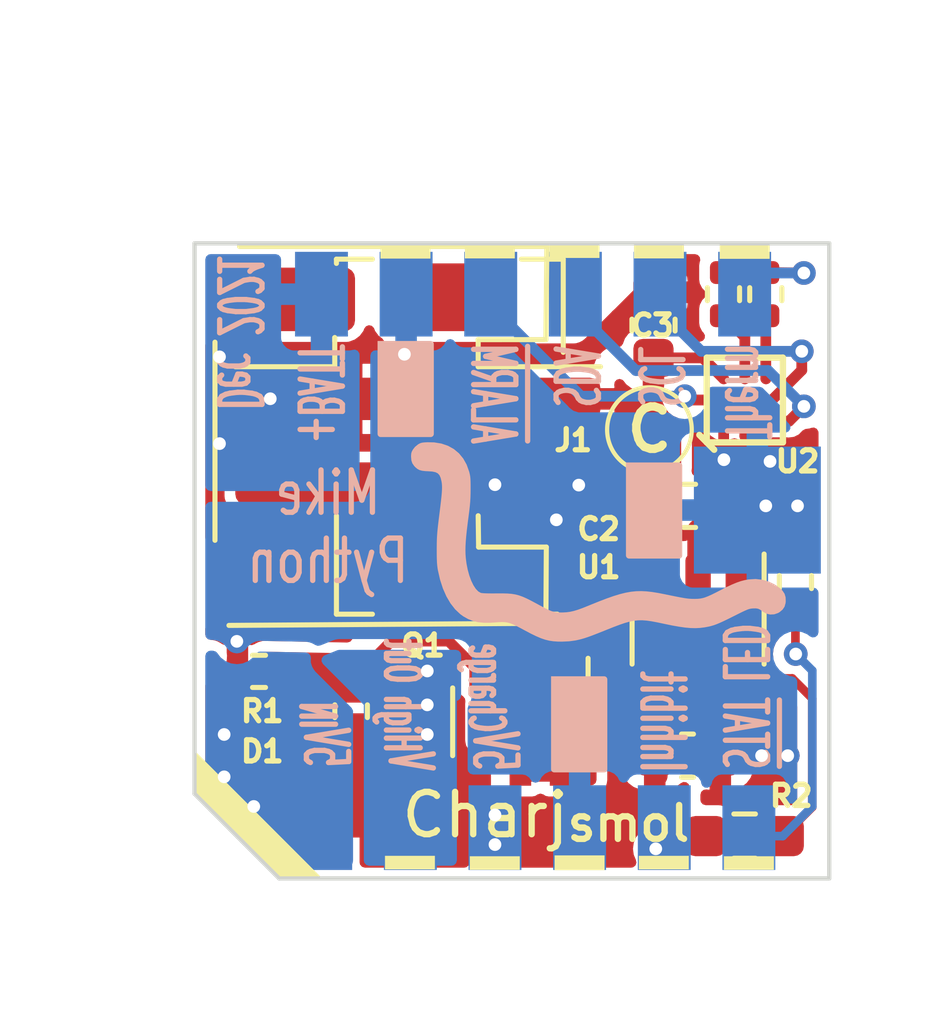
<source format=kicad_pcb>
(kicad_pcb (version 20211014) (generator pcbnew)
  (layers (0 "F.Cu" signal) (31 "B.Cu" signal) (34 "B.Paste" user) (35 "F.Paste" user) (36 "B.SilkS" user "B.Silkscreen") (37 "F.SilkS" user "F.Silkscreen") (38 "B.Mask" user) (39 "F.Mask" user) (44 "Edge.Cuts" user))
  (net 0 "")
  (net 1 "+BATT")
  (net 2 "GND")
  (net 3 "V_{USB}")
  (net 4 "V_{High}Out")
  (net 5 "~{ChargeEnable}")
  (net 6 "Thermistor10k")
  (net 7 "~{ALARMB}")
  (net 8 "SDA")
  (net 9 "SCL")
  (net 10 "~{STAT}")
  (net 11 "V_{USB_Charge}")
  (net 12 "Net-(R4-Pad2)")
  (net 13 "Net-(R5-Pad2)")
  (net 14 "Net-(R2-Pad2)")
  (net 15 "Net-(R3-Pad1)")
  (footprint "MikeFootprintLib:RevisionSymbol_Small" (layer "F.Cu") (at 110.75 104.4)
    (fp_text reference "MISC1")
    (fp_text value "C" (at 0 0 unlocked) (layer "F.SilkS") (effects (font (thickness 0.2))))
    (fp_circle (center 0 0) (end 1 0) (layer "F.SilkS") (width 0.1) (fill none))
  )
  (footprint "Capacitor_SMD:C_0603_1608Metric" (layer "F.Cu") (at 111.65 112.1)
    (fp_text reference "C1" hide)
    (fp_text value "10uF")
    (fp_line (start -0.14058 -0.51) (end 0.14058 -0.51) (layer "F.SilkS") (width 0.12))
    (fp_line (start -0.14058 0.51) (end 0.14058 0.51) (layer "F.SilkS") (width 0.12))
    (pad "1" smd roundrect locked (at -0.775 0) (size 0.9 0.95) (layers "F.Cu" "F.Paste" "F.Mask") (net 11 "V_{USB_Charge}"))
    (pad "2" smd roundrect locked (at 0.775 0) (size 0.9 0.95) (layers "F.Cu" "F.Paste" "F.Mask") (net 2 "GND"))
  )
  (footprint "MikeConnectorFootprints:JST_PH_S2B_B2B_Vers" (layer "F.Cu") (at 105.2135 104.5734)
    (fp_text reference "J1" (at 3.7365 0.0766 unlocked) (layer "F.SilkS") (effects (font (size 0.5 0.5) (thickness 0.125))))
    (fp_text value "Battery Connector")
    (fp_line (start 2.51 -4.2) (end 3.5 -4.2) (layer "F.SilkS") (width 0.12))
    (fp_line (start -1.9 -1.66) (end -1.9 -2.35) (layer "F.SilkS") (width 0.12))
    (fp_line (start 1.4894 -2.3) (end 1.4894 -1.66) (layer "F.SilkS") (width 0.12))
    (fp_line (start 1.5 2.6) (end 1.4894 1.86) (layer "F.SilkS") (width 0.12))
    (fp_line (start -4.15 -4.5) (end 3.1125 -4.5) (layer "F.SilkS") (width 0.12))
    (fp_line (start -1.01 4.185) (end -1.86 4.185) (layer "F.SilkS") (width 0.12))
    (fp_line (start 3.1125 -4.5) (end 3.0894 -2.3) (layer "F.SilkS") (width 0.12))
    (fp_line (start 3.0894 4.4) (end 3.1 2.6) (layer "F.SilkS") (width 0.12))
    (fp_line (start 3.36 4.185) (end 2.51 4.185) (layer "F.SilkS") (width 0.12))
    (fp_line (start 3.1 2.6) (end 1.5 2.6) (layer "F.SilkS") (width 0.12))
    (fp_line (start -1.01 -4.2) (end -1.86 -4.2) (layer "F.SilkS") (width 0.12))
    (fp_line (start -1.86 4.185) (end -1.86 1.86) (layer "F.SilkS") (width 0.12))
    (fp_line (start -4.7306 -2.24) (end -4.7306 2.44) (layer "F.SilkS") (width 0.12))
    (fp_line (start -4.4 4.45) (end 3.0894 4.4) (layer "F.SilkS") (width 0.12))
    (fp_line (start 3.0894 -2.3) (end 1.4894 -2.3) (layer "F.SilkS") (width 0.12))
    (fp_line (start 1.4894 -1.66) (end 4.3794 -1.66) (layer "F.SilkS") (width 0.12))
    (fp_line (start -1.86 -4.2) (end -1.86 -4.1) (layer "F.SilkS") (width 0.12))
    (fp_line (start -1.9 -1.66) (end -4.25 -1.66) (layer "F.SilkS") (width 0.12))
    (fp_line (start 3.5 -4.2) (end 3.5 -2) (layer "F.SilkS") (width 0.12))
    (pad "1" smd roundrect (at -1.5 -0.9 270) (size 1 5.5) (layers "F.Cu" "F.Paste" "F.Mask") (net 1 "+BATT"))
    (pad "1" smd roundrect (at 2.6294 -0.9 270) (size 1 3.5) (layers "F.Cu" "F.Paste" "F.Mask") (net 1 "+BATT"))
    (pad "2" smd roundrect (at -1.5 1.1 270) (size 1 5.5) (layers "F.Cu" "F.Paste" "F.Mask") (net 2 "GND"))
    (pad "2" smd roundrect (at 2.6294 1.1 270) (size 1 3.5) (layers "F.Cu" "F.Paste" "F.Mask") (net 2 "GND"))
    (pad "MP" smd roundrect (at -3.1206 -3.25 270) (size 1.5 3.4) (layers "F.Cu" "F.Paste" "F.Mask") (roundrect_rratio 0.1666673333))
    (pad "MP" smd roundrect (at 0.75 3.5 270) (size 1.6 3) (layers "F.Cu" "F.Paste" "F.Mask") (roundrect_rratio 0.15625))
    (pad "MP" smd roundrect (at -3.1206 3.45 270) (size 1.5 3.4) (layers "F.Cu" "F.Paste" "F.Mask") (roundrect_rratio 0.1666673333))
    (pad "MP" smd roundrect (at 0.75 -3.3 270) (size 1.6 3) (layers "F.Cu" "F.Paste" "F.Mask") (roundrect_rratio 0.15625))
  )
  (footprint "Package_SO:TSOP-6_1.65x3.05mm_P0.95mm" (layer "F.Cu") (at 107.7 111.3 -90)
    (fp_text reference "Q1" (at -1.8 2.3 180) (layer "F.SilkS") (effects (font (size 0.5 0.5) (thickness 0.125))))
    (fp_text value "PMN30XPEX")
    (fp_line (start -0.8 1.6) (end 0.8 1.6) (layer "F.SilkS") (width 0.12))
    (fp_line (start 0.8 -1.6) (end -1.5 -1.6) (layer "F.SilkS") (width 0.12))
    (pad "1" smd rect locked (at -1.16 -0.95 270) (size 0.7 0.51) (layers "F.Cu" "F.Paste" "F.Mask") (net 1 "+BATT"))
    (pad "2" smd rect locked (at -1.16 0 270) (size 0.7 0.51) (layers "F.Cu" "F.Paste" "F.Mask") (net 1 "+BATT"))
    (pad "3" smd rect locked (at -1.16 0.95 270) (size 0.7 0.51) (layers "F.Cu" "F.Paste" "F.Mask") (net 3 "V_{USB}"))
    (pad "4" smd rect locked (at 1.16 0.95 270) (size 0.7 0.51) (layers "F.Cu" "F.Paste" "F.Mask") (net 4 "V_{High}Out"))
    (pad "5" smd rect locked (at 1.16 0 270) (size 0.7 0.51) (layers "F.Cu" "F.Paste" "F.Mask") (net 1 "+BATT"))
    (pad "6" smd rect locked (at 1.16 -0.95 270) (size 0.7 0.51) (layers "F.Cu" "F.Paste" "F.Mask") (net 1 "+BATT"))
  )
  (footprint "Capacitor_SMD:C_0603_1608Metric" (layer "F.Cu") (at 110.8456 101.9302 90)
    (fp_text reference "C3" (at -0.0098 -0.0256) (layer "F.SilkS") (effects (font (size 0.5 0.5) (thickness 0.125))))
    (fp_text value "1uF")
    (fp_line (start -0.14058 0.51) (end 0.14058 0.51) (layer "F.SilkS") (width 0.12))
    (fp_line (start -0.14058 -0.51) (end 0.14058 -0.51) (layer "F.SilkS") (width 0.12))
    (pad "1" smd roundrect locked (at -0.775 0 90) (size 0.9 0.95) (layers "F.Cu" "F.Paste" "F.Mask") (net 1 "+BATT"))
    (pad "2" smd roundrect locked (at 0.775 0 90) (size 0.9 0.95) (layers "F.Cu" "F.Paste" "F.Mask") (net 2 "GND"))
  )
  (footprint "MikeFootprintLib:UPS120_D_Powermite_AK" (layer "F.Cu") (at 103.7 112 90)
    (fp_text reference "D1" (at 0 -2.1) (layer "F.SilkS") (effects (font (size 0.5 0.5) (thickness 0.125))))
    (fp_text value "UPS120")
    (fp_line (start 1.1 0.385) (end 0.8 0.385) (layer "F.SilkS") (width 0.12))
    (fp_line (start 1.1 -0.385) (end 0.8 -0.385) (layer "F.SilkS") (width 0.12))
    (pad "1" smd rect (at -0.6985 0 90) (size 2.67 2.54) (layers "F.Cu" "F.Paste" "F.Mask") (net 4 "V_{High}Out"))
    (pad "2" smd rect (at 1.6525 0 90) (size 0.762 1.27) (layers "F.Cu" "F.Paste" "F.Mask") (net 3 "V_{USB}"))
  )
  (footprint "Resistor_SMD:R_0603_1608Metric_Pad0.98x0.95mm_HandSolder" (layer "F.Cu") (at 113 114)
    (fp_text reference "R2" (at 1.1 -0.95) (layer "F.SilkS") (effects (font (size 0.5 0.5) (thickness 0.125))))
    (fp_text value "4.7k")
    (fp_line (start -0.254724 0.5225) (end 0.254724 0.5225) (layer "F.SilkS") (width 0.12))
    (fp_line (start -0.254724 -0.5225) (end 0.254724 -0.5225) (layer "F.SilkS") (width 0.12))
    (pad "1" smd roundrect locked (at -0.9125 0) (size 0.975 0.95) (layers "F.Cu" "F.Paste" "F.Mask") (net 5 "~{ChargeEnable}"))
    (pad "2" smd roundrect locked (at 0.9125 0) (size 0.975 0.95) (layers "F.Cu" "F.Paste" "F.Mask") (net 14 "Net-(R2-Pad2)"))
  )
  (footprint "Resistor_SMD:R_0402_1005Metric" (layer "F.Cu") (at 112.5 101.2 -90)
    (fp_text reference "R4" hide)
    (fp_text value "10k")
    (fp_line (start -0.153641 -0.38) (end 0.153641 -0.38) (layer "F.SilkS") (width 0.12))
    (fp_line (start -0.153641 0.38) (end 0.153641 0.38) (layer "F.SilkS") (width 0.12))
    (pad "1" smd roundrect locked (at -0.51 0 270) (size 0.54 0.64) (layers "F.Cu" "F.Paste" "F.Mask") (net 6 "Thermistor10k"))
    (pad "2" smd roundrect locked (at 0.51 0 270) (size 0.54 0.64) (layers "F.Cu" "F.Paste" "F.Mask") (net 12 "Net-(R4-Pad2)"))
  )
  (footprint "MikeFootprintLib:WLCSP9-1.60x1.76mm" (layer "F.Cu") (at 113.0046 103.7 90)
    (fp_text reference "U2" (at -1.45 1.2454) (layer "F.SilkS") (effects (font (size 0.5 0.5) (thickness 0.125))))
    (fp_text value "LC709203FXE-05MH")
    (fp_line (start 1 -0.9) (end -1 -0.9) (layer "F.SilkS") (width 0.15))
    (fp_line (start -0.825 -1.075) (end -1.175 -0.725) (layer "F.SilkS") (width 0.15))
    (fp_line (start -1 0.9) (end 1 0.9) (layer "F.SilkS") (width 0.15))
    (fp_line (start -1 -0.9) (end -1 0.9) (layer "F.SilkS") (width 0.15))
    (fp_line (start 1 0.9) (end 1 -0.9) (layer "F.SilkS") (width 0.15))
    (pad "A1" smd circle (at -0.5 -0.5 90) (size 0.25 0.25) (layers "F.Cu" "F.Paste" "F.Mask") (net 2 "GND"))
    (pad "A2" smd circle (at 0 -0.5 90) (size 0.25 0.25) (layers "F.Cu" "F.Paste" "F.Mask") (net 7 "~{ALARMB}"))
    (pad "A3" smd circle (at 0.5 -0.5 90) (size 0.25 0.25) (layers "F.Cu" "F.Paste" "F.Mask") (net 1 "+BATT"))
    (pad "B1" smd circle (at -0.5 0 90) (size 0.25 0.25) (layers "F.Cu" "F.Paste" "F.Mask") (net 2 "GND"))
    (pad "B2" smd circle (at 0 0 90) (size 0.25 0.25) (layers "F.Cu" "F.Paste" "F.Mask"))
    (pad "B3" smd circle (at 0.5 0 90) (size 0.25 0.25) (layers "F.Cu" "F.Paste" "F.Mask") (net 12 "Net-(R4-Pad2)"))
    (pad "C1" smd circle (at -0.5 0.5 90) (size 0.25 0.25) (layers "F.Cu" "F.Paste" "F.Mask") (net 8 "SDA"))
    (pad "C2" smd circle (at 0 0.5 90) (size 0.25 0.25) (layers "F.Cu" "F.Paste" "F.Mask") (net 9 "SCL"))
    (pad "C3" smd circle (at 0.5 0.5 90) (size 0.25 0.25) (layers "F.Cu" "F.Paste" "F.Mask") (net 13 "Net-(R5-Pad2)"))
  )
  (footprint "Resistor_SMD:R_0402_1005Metric" (layer "F.Cu") (at 101.5238 110.109)
    (fp_text reference "R1" (at 0.0762 0.941) (layer "F.SilkS") (effects (font (size 0.5 0.5) (thickness 0.125))))
    (fp_text value "100K")
    (fp_line (start -0.153641 0.38) (end 0.153641 0.38) (layer "F.SilkS") (width 0.12))
    (fp_line (start -0.153641 -0.38) (end 0.153641 -0.38) (layer "F.SilkS") (width 0.12))
    (pad "1" smd roundrect locked (at -0.51 0) (size 0.54 0.64) (layers "F.Cu" "F.Paste" "F.Mask") (net 2 "GND"))
    (pad "2" smd roundrect locked (at 0.51 0) (size 0.54 0.64) (layers "F.Cu" "F.Paste" "F.Mask") (net 3 "V_{USB}"))
  )
  (footprint "Capacitor_SMD:C_0603_1608Metric" (layer "F.Cu") (at 111.7 106.2)
    (fp_text reference "C2" (at -2.15 0.55 180) (layer "F.SilkS") (effects (font (size 0.5 0.5) (thickness 0.125))))
    (fp_text value "10uF")
    (fp_line (start -0.14058 0.51) (end 0.14058 0.51) (layer "F.SilkS") (width 0.12))
    (fp_line (start -0.14058 -0.51) (end 0.14058 -0.51) (layer "F.SilkS") (width 0.12))
    (pad "1" smd roundrect locked (at -0.775 0) (size 0.9 0.95) (layers "F.Cu" "F.Paste" "F.Mask") (net 1 "+BATT"))
    (pad "2" smd roundrect locked (at 0.775 0) (size 0.9 0.95) (layers "F.Cu" "F.Paste" "F.Mask") (net 2 "GND"))
  )
  (footprint "Resistor_SMD:R_0402_1005Metric" (layer "F.Cu") (at 114.2 108 -90)
    (fp_text reference "R3" hide)
    (fp_text value "1k")
    (fp_line (start -0.153641 0.38) (end 0.153641 0.38) (layer "F.SilkS") (width 0.12))
    (fp_line (start -0.153641 -0.38) (end 0.153641 -0.38) (layer "F.SilkS") (width 0.12))
    (pad "1" smd roundrect locked (at -0.51 0 270) (size 0.54 0.64) (layers "F.Cu" "F.Paste" "F.Mask") (net 15 "Net-(R3-Pad1)"))
    (pad "2" smd roundrect locked (at 0.51 0 270) (size 0.54 0.64) (layers "F.Cu" "F.Paste" "F.Mask") (net 10 "~{STAT}"))
  )
  (footprint "Resistor_SMD:R_0402_1005Metric" (layer "F.Cu") (at 113.5 101.2 -90)
    (fp_text reference "R5" hide)
    (fp_text value "100")
    (fp_line (start -0.153641 0.38) (end 0.153641 0.38) (layer "F.SilkS") (width 0.12))
    (fp_line (start -0.153641 -0.38) (end 0.153641 -0.38) (layer "F.SilkS") (width 0.12))
    (pad "1" smd roundrect locked (at -0.51 0 270) (size 0.54 0.64) (layers "F.Cu" "F.Paste" "F.Mask") (net 6 "Thermistor10k"))
    (pad "2" smd roundrect locked (at 0.51 0 270) (size 0.54 0.64) (layers "F.Cu" "F.Paste" "F.Mask") (net 13 "Net-(R5-Pad2)"))
  )
  (footprint "Package_TO_SOT_SMD:SOT-23-5" (layer "F.Cu") (at 111.9 109.1375 -90)
    (fp_text reference "U1" (at -1.4875 2.35 180) (layer "F.SilkS") (effects (font (size 0.5 0.5) (thickness 0.125))))
    (fp_text value "MCP73831-2-OT")
    (fp_line (start 0 -1.56) (end 0.8 -1.56) (layer "F.SilkS") (width 0.12))
    (fp_line (start 0 1.56) (end 0.8 1.56) (layer "F.SilkS") (width 0.12))
    (fp_line (start 0 -1.56) (end -1.8 -1.56) (layer "F.SilkS") (width 0.12))
    (fp_line (start 0 1.56) (end -0.8 1.56) (layer "F.SilkS") (width 0.12))
    (pad "1" smd roundrect locked (at -1.1375 -0.95 270) (size 1.325 0.6) (layers "F.Cu" "F.Paste" "F.Mask") (net 15 "Net-(R3-Pad1)"))
    (pad "2" smd roundrect locked (at -1.1375 0 270) (size 1.325 0.6) (layers "F.Cu" "F.Paste" "F.Mask") (net 2 "GND"))
    (pad "3" smd roundrect locked (at -1.1375 0.95 270) (size 1.325 0.6) (layers "F.Cu" "F.Paste" "F.Mask") (net 1 "+BATT"))
    (pad "4" smd roundrect locked (at 1.1375 0.95 270) (size 1.325 0.6) (layers "F.Cu" "F.Paste" "F.Mask") (net 11 "V_{USB_Charge}"))
    (pad "5" smd roundrect locked (at 1.1375 -0.95 270) (size 1.325 0.6) (layers "F.Cu" "F.Paste" "F.Mask") (net 14 "Net-(R2-Pad2)"))
  )
  (footprint "MikeConnectorFootprints:GND_PAD" (layer "B.Cu") (at 113.3 106.3 180)
    (fp_text reference "PADS3" hide)
    (fp_text value "Ground Pad")
    (pad "1" smd rect (at 0 0 180) (size 3 3) (layers "B.Cu" "B.Mask") (net 2 "GND"))
  )
  (footprint "MikeConnectorFootprints:EdgePad_1x06" (layer "B.Cu") (at 108.1 113.7)
    (fp_text reference "PADS1")
    (fp_text value "Conn_01x06")
    (pad "1" smd rect (at -5 0.1) (size 1.25 2) (layers "B.Cu" "B.Mask") (net 3 "V_{USB}"))
    (pad "2" smd rect (at -3 0.1) (size 1.25 2) (layers "B.Cu" "B.Mask") (net 4 "V_{High}Out"))
    (pad "3" smd rect (at -1 0.1) (size 1.25 2) (layers "B.Cu" "B.Mask") (net 11 "V_{USB_Charge}"))
    (pad "4" smd rect (at 1 0.1) (size 1.25 2) (layers "B.Cu" "B.Mask") (net 2 "GND"))
    (pad "5" smd rect (at 3 0.1) (size 1.25 2) (layers "B.Cu" "B.Mask") (net 5 "~{ChargeEnable}"))
    (pad "6" smd rect (at 5 0.1) (size 1.25 2) (layers "B.Cu" "B.Mask") (net 10 "~{STAT}"))
  )
  (footprint "MikeArtworkLib:MPSnekOnly_10x6mm" (layer "B.Cu") (at 109.2 107.15 180)
    (fp_text reference "ART1" hide)
    (fp_text value "MPSnekOnly10mm" hide)
    (fp_poly (pts (xy 3.769457 2.448785) (xy 3.820051 2.44287) (xy 3.858436 2.432737) (xy 3.893662 2.416288) (xy 3.919135 2.401227) (xy 3.989004 2.344178) (xy 4.038442 2.28162) (xy 4.064778 2.234092) (xy 4.078454 2.191695) (xy 4.083118 2.14026) (xy 4.083222 2.107737) (xy 4.075708 2.02199) (xy 4.052274 1.953286) (xy 4.008382 1.890577) (xy 3.982911 1.863525) (xy 3.935887 1.823358) (xy 3.884584 1.795902) (xy 3.821756 1.778818) (xy 3.740153 1.769766) (xy 3.68497 1.767373) (xy 3.583073 1.760667) (xy 3.506451 1.744849) (xy 3.45063 1.716603) (xy 3.411134 1.672612) (xy 3.383486 1.609561) (xy 3.364259 1.529719) (xy 3.357246 1.486563) (xy 3.352774 1.441378) (xy 3.351064 1.390696) (xy 3.352332 1.331051) (xy 3.356799 1.258974) (xy 3.364683 1.170998) (xy 3.376203 1.063658) (xy 3.391578 0.933485) (xy 3.411026 0.777011) (xy 3.412501 0.765334) (xy 3.430447 0.621678) (xy 3.444686 0.50241) (xy 3.455645 0.401892) (xy 3.463755 0.314486) (xy 3.469445 0.234555) (xy 3.473142 0.156458) (xy 3.475278 0.07456) (xy 3.476279 -0.01678) (xy 3.476509 -0.075775) (xy 3.476182 -0.203284) (xy 3.474346 -0.306292) (xy 3.470686 -0.390584) (xy 3.464883 -0.461946) (xy 3.456621 -0.526164) (xy 3.449507 -0.568317) (xy 3.398111 -0.794486) (xy 3.330688 -1.001858) (xy 3.248185 -1.188712) (xy 3.151548 -1.353329) (xy 3.041724 -1.493987) (xy 2.91966 -1.608966) (xy 2.849164 -1.659657) (xy 2.738603 -1.722342) (xy 2.624942 -1.767765) (xy 2.502833 -1.796977) (xy 2.366928 -1.811026) (xy 2.211881 -1.810961) (xy 2.109537 -1.804749) (xy 2.015513 -1.797985) (xy 1.937423 -1.794932) (xy 1.869954 -1.796985) (xy 1.80779 -1.805543) (xy 1.745618 -1.822001) (xy 1.678123 -1.847757) (xy 1.599989 -1.884208) (xy 1.505904 -1.932751) (xy 1.394272 -1.992767) (xy 1.250081 -2.068917) (xy 1.125632 -2.129556) (xy 1.015645 -2.176277) (xy 0.914838 -2.210673) (xy 0.817931 -2.234337) (xy 0.719642 -2.248862) (xy 0.614691 -2.25584) (xy 0.518072 -2.257038) (xy 0.347472 -2.249662) (xy 0.19891 -2.229244) (xy 0.181861 -2.225801) (xy 0.118684 -2.211852) (xy 0.057942 -2.196614) (xy -0.004479 -2.178666) (xy -0.072687 -2.15659) (xy -0.150796 -2.128965) (xy -0.242917 -2.094372) (xy -0.35316 -2.051391) (xy -0.485637 -1.998603) (xy -0.543495 -1.975342) (xy -0.707514 -1.910177) (xy -0.848692 -1.856955) (xy -0.971827 -1.815178) (xy -1.081718 -1.784348) (xy -1.183162 -1.763965) (xy -1.280959 -1.753531) (xy -1.379906 -1.752549) (xy -1.484801 -1.760519) (xy -1.600444 -1.776944) (xy -1.731631 -1.801325) (xy -1.883162 -1.833163) (xy -1.892594 -1.83521) (xy -2.081656 -1.874349) (xy -2.246277 -1.903915) (xy -2.390657 -1.924258) (xy -2.518996 -1.93573) (xy -2.635493 -1.938678) (xy -2.744348 -1.933455) (xy -2.84976 -1.920409) (xy -2.871381 -1.91679) (xy -2.940589 -1.903705) (xy -3.004203 -1.888914) (xy -3.066744 -1.870655) (xy -3.132733 -1.847166) (xy -3.206692 -1.816685) (xy -3.293142 -1.777449) (xy -3.396604 -1.727695) (xy -3.5216 -1.665663) (xy -3.542188 -1.655339) (xy -3.650251 -1.601297) (xy -3.73538 -1.559432) (xy -3.801626 -1.528123) (xy -3.853042 -1.505749) (xy -3.893682 -1.490688) (xy -3.927597 -1.48132) (xy -3.958841 -1.476023) (xy -3.991465 -1.473177) (xy -3.998642 -1.472752) (xy -4.06605 -1.471508) (xy -4.116823 -1.479364) (xy -4.162862 -1.500194) (xy -4.216069 -1.537873) (xy -4.228282 -1.547504) (xy -4.311329 -1.595221) (xy -4.403675 -1.616868) (xy -4.498793 -1.612225) (xy -4.590153 -1.581072) (xy -4.624558 -1.560888) (xy -4.69737 -1.500272) (xy -4.743726 -1.431003) (xy -4.7674 -1.346584) (xy -4.771281 -1.308463) (xy -4.768416 -1.209418) (xy -4.74384 -1.126767) (xy -4.694547 -1.05305) (xy -4.650428 -1.008718) (xy -4.521 -0.9123) (xy -4.376683 -0.840862) (xy -4.221269 -0.795513) (xy -4.058552 -0.777364) (xy -3.894072 -0.787269) (xy -3.801849 -0.804097) (xy -3.709076 -0.828467) (xy -3.61078 -0.862264) (xy -3.501992 -0.907374) (xy -3.37774 -0.965682) (xy -3.240332 -1.035288) (xy -3.119482 -1.097411) (xy -3.020447 -1.146237) (xy -2.938625 -1.183324) (xy -2.86941 -1.21023) (xy -2.8082 -1.228515) (xy -2.750389 -1.239736) (xy -2.691375 -1.245453) (xy -2.626554 -1.247224) (xy -2.61426 -1.247244) (xy -2.565622 -1.246754) (xy -2.519831 -1.244983) (xy -2.472943 -1.241316) (xy -2.421009 -1.235137) (xy -2.360082 -1.22583) (xy -2.286217 -1.212779) (xy -2.195465 -1.195368) (xy -2.083881 -1.172983) (xy -1.947517 -1.145006) (xy -1.912101 -1.137688) (xy -1.756575 -1.107377) (xy -1.614967 -1.084512) (xy -1.483631 -1.06964) (xy -1.358923 -1.063309) (xy -1.237199 -1.066064) (xy -1.114816 -1.078452) (xy -0.988127 -1.10102) (xy -0.85349 -1.134314) (xy -0.70726 -1.178881) (xy -0.545793 -1.235268) (xy -0.365444 -1.304022) (xy -0.162569 -1.385688) (xy -0.107421 -1.408386) (xy 0.026087 -1.461809) (xy 0.138641 -1.502521) (xy 0.236073 -1.532001) (xy 0.324215 -1.551727) (xy 0.408897 -1.563177) (xy 0.495952 -1.567829) (xy 0.522852 -1.568118) (xy 0.586468 -1.567546) (xy 0.641054 -1.564372) (xy 0.691333 -1.556954) (xy 0.74203 -1.543653) (xy 0.797872 -1.522829) (xy 0.863583 -1.492842) (xy 0.943888 -1.452052) (xy 1.043513 -1.398819) (xy 1.101746 -1.367187) (xy 1.233077 -1.2968) (xy 1.344432 -1.240684) (xy 1.441693 -1.197296) (xy 1.530744 -1.165094) (xy 1.617466 -1.142534) (xy 1.707744 -1.128076) (xy 1.807459 -1.120176) (xy 1.922494 -1.117293) (xy 2.052917 -1.117815) (xy 2.176452 -1.118429) (xy 2.279569 -1.117206) (xy 2.359609 -1.114231) (xy 2.413915 -1.109592) (xy 2.43534 -1.105354) (xy 2.495653 -1.070741) (xy 2.554334 -1.00917) (xy 2.609941 -0.92399) (xy 2.661033 -0.818553) (xy 2.706169 -0.696208) (xy 2.743906 -0.560306) (xy 2.772804 -0.414198) (xy 2.789576 -0.281993) (xy 2.795829 -0.194163) (xy 2.798135 -0.101449) (xy 2.796243 -0.000118) (xy 2.789908 0.113565) (xy 2.77888 0.243334) (xy 2.762911 0.392923) (xy 2.741755 0.566068) (xy 2.724577 0.696939) (xy 2.707068 0.832833) (xy 2.694175 0.947457) (xy 2.685249 1.04939) (xy 2.679642 1.147211) (xy 2.676703 1.249499) (xy 2.675835 1.341229) (xy 2.675862 1.446321) (xy 2.677075 1.527339) (xy 2.679984 1.590512) (xy 2.685101 1.64207) (xy 2.692935 1.688242) (xy 2.703998 1.735257) (xy 2.709989 1.757701) (xy 2.769151 1.923231) (xy 2.849868 2.067878) (xy 2.950978 2.190826) (xy 3.071318 2.291254) (xy 3.209723 2.368345) (xy 3.36503 2.42128) (xy 3.536076 2.44924) (xy 3.697604 2.45258)) (layer "B.SilkS") (width 0) (fill solid))
  )
  (footprint "MikeConnectorFootprints:EdgePad_1x06" (layer "B.Cu") (at 108 101.3 180)
    (fp_text reference "PADS2")
    (fp_text value "Underside Pads")
    (pad "1" smd rect (at -5 0.1 180) (size 1.25 2) (layers "B.Cu" "B.Mask") (net 6 "Thermistor10k"))
    (pad "2" smd rect (at -3 0.1 180) (size 1.25 2) (layers "B.Cu" "B.Mask") (net 9 "SCL"))
    (pad "3" smd rect (at -1 0.1 180) (size 1.25 2) (layers "B.Cu" "B.Mask") (net 8 "SDA"))
    (pad "4" smd rect (at 1 0.1 180) (size 1.25 2) (layers "B.Cu" "B.Mask") (net 7 "~{ALARMB}"))
    (pad "5" smd rect (at 3 0.1 180) (size 1.25 2) (layers "B.Cu" "B.Mask") (net 2 "GND"))
    (pad "6" smd rect (at 5 0.1 180) (size 1.25 2) (layers "B.Cu" "B.Mask") (net 1 "+BATT"))
  )
  (gr_rect (start 110.27 105.25) (end 111.45 107.37) (layer "B.SilkS") (width 0.15) (fill solid))
  (gr_rect (start 108.5 110.3) (end 109.68 112.42) (layer "B.SilkS") (width 0.15) (fill solid))
  (gr_rect (start 104.4 102.38) (end 105.58 104.5) (layer "B.SilkS") (width 0.15) (fill solid))
  (gr_rect (start 106.395 100.04) (end 107.565 100.35) (layer "F.SilkS") (width 0.01) (fill solid))
  (gr_rect (start 110.505 114.47) (end 111.675 114.78) (layer "F.SilkS") (width 0.01) (fill solid))
  (gr_rect (start 108.395 100.03) (end 109.565 100.34) (layer "F.SilkS") (width 0.01) (fill solid))
  (gr_rect (start 110.39 100.04) (end 111.56 100.35) (layer "F.SilkS") (width 0.01) (fill solid))
  (gr_rect (start 106.51 114.48) (end 107.68 114.79) (layer "F.SilkS") (width 0.01) (fill solid))
  (gr_rect (start 112.415 100.05) (end 113.585 100.36) (layer "F.SilkS") (width 0.01) (fill solid))
  (gr_poly (pts (xy 103.0226 115.0114) (xy 102.0066 115.0114) (xy 100 113.0048) (xy 100 111.9888)) (layer "F.SilkS") (width 0.01) (fill solid))
  (gr_rect (start 108.515 114.46) (end 109.685 114.8) (layer "F.SilkS") (width 0.01) (fill solid))
  (gr_rect (start 104.4 100.045) (end 105.57 100.355) (layer "F.SilkS") (width 0.01) (fill solid))
  (gr_rect (start 112.515 114.48) (end 113.685 114.79) (layer "F.SilkS") (width 0.01) (fill solid))
  (gr_rect (start 104.505 114.47) (end 105.675 114.78) (layer "F.SilkS") (width 0.01) (fill solid))
  (gr_line (start 102 115) (end 115 115) (layer "Edge.Cuts") (width 0.1))
  (gr_line (start 100 100) (end 100 113) (layer "Edge.Cuts") (width 0.1))
  (gr_line (start 115 115) (end 115 100) (layer "Edge.Cuts") (width 0.1))
  (gr_line (start 100 113) (end 102 115) (layer "Edge.Cuts") (width 0.1))
  (gr_line (start 115 100) (end 100 100) (layer "Edge.Cuts") (width 0.1))
  (gr_text "V_{High Out}" (at 105.1 110.9 270) (layer "B.SilkS") (effects (font (size 1 0.5) (thickness 0.125)) (justify mirror)))
  (gr_text "~{ALARM}" (at 107.05 103.55 270) (layer "B.SilkS") (effects (font (size 1 0.5) (thickness 0.125)) (justify mirror)))
  (gr_text "+BATT" (at 102.95 103.55 270) (layer "B.SilkS") (effects (font (size 1 0.5) (thickness 0.125)) (justify mirror)))
  (gr_text "~{STAT} LED" (at 113 110.7 270) (layer "B.SilkS") (effects (font (size 1 0.5) (thickness 0.125)) (justify mirror)))
  (gr_text "Therm" (at 113.05 103.5 270) (layer "B.SilkS") (effects (font (size 1 0.5) (thickness 0.125)) (justify mirror)))
  (gr_text "Inhibit" (at 111.05 111.3 270) (layer "B.SilkS") (effects (font (size 1 0.5) (thickness 0.125)) (justify mirror)))
  (gr_text "SDA" (at 109 103.15 270) (layer "B.SilkS") (effects (font (size 1 0.5) (thickness 0.125)) (justify mirror)))
  (gr_text "SCL" (at 111 103.15 270) (layer "B.SilkS") (effects (font (size 1 0.5) (thickness 0.125)) (justify mirror)))
  (gr_text "5V_{Charge}" (at 107.1 110.95 270) (layer "B.SilkS") (effects (font (size 1 0.5) (thickness 0.125)) (justify mirror)))
  (gr_text "Dec 2021" (at 101.05 102.1 270) (layer "B.SilkS") (effects (font (size 1 0.5) (thickness 0.125)) (justify mirror)))
  (gr_text "Mike\nPython" (at 103.15 106.7) (layer "B.SilkS") (effects (font (size 1 0.75) (thickness 0.125)) (justify mirror)))
  (gr_text "5V_{IN}" (at 103.1 111.6 270) (layer "B.SilkS") (effects (font (size 1 0.5) (thickness 0.125)) (justify mirror)))
  (gr_text "Charj_{smol}" (at 108.3 113.5) (layer "F.SilkS") (effects (font (size 1 1))))
  (segment (start 112.0098 102.7052) (end 112.5046 103.2) (width 0.254) (layer "F.Cu") (net 1))
  (segment (start 110.8456 102.7052) (end 112.0098 102.7052) (width 0.254) (layer "F.Cu") (net 1))
  (via (at 101.79 103.67) (size 0.56) (drill 0.3) (layers "F.Cu" "B.Cu") (net 1))
  (via (at 100.59 102.68) (size 0.56) (drill 0.3) (layers "F.Cu" "B.Cu") (net 1))
  (via (at 100.59 104.73) (size 0.56) (drill 0.3) (layers "F.Cu" "B.Cu") (net 1))
  (segment (start 112.475 106.2) (end 113.5 106.2) (width 0.508) (layer "F.Cu") (net 2))
  (segment (start 113.0046 104.2) (end 113.0046 104.5546) (width 0.254) (layer "F.Cu") (net 2))
  (segment (start 112.5046 105.1046) (end 112.51 105.11) (width 0.254) (layer "F.Cu") (net 2))
  (segment (start 113.0046 104.5546) (end 113.6 105.15) (width 0.254) (layer "F.Cu") (net 2))
  (segment (start 101.0138 110.109) (end 101 109.4) (width 0.254) (layer "F.Cu") (net 2))
  (segment (start 108.55 106.53) (end 108.55 106.21) (width 0.508) (layer "F.Cu") (net 2))
  (segment (start 111.9 111.575) (end 112.425 112.1) (width 0.508) (layer "F.Cu") (net 2))
  (segment (start 111.9 108) (end 111.9 111.575) (width 0.508) (layer "F.Cu") (net 2))
  (segment (start 109.22 102.62) (end 104.96 102.62) (width 0.508) (layer "F.Cu") (net 2))
  (segment (start 101 109.4) (end 101.0138 109.4138) (width 0.254) (layer "F.Cu") (net 2))
  (segment (start 110.6848 101.1552) (end 109.22 102.62) (width 0.508) (layer "F.Cu") (net 2))
  (segment (start 112.425 112.1) (end 114.04376 112.1) (width 0.508) (layer "F.Cu") (net 2))
  (segment (start 111.9 108) (end 111.9 106.775) (width 0.508) (layer "F.Cu") (net 2))
  (segment (start 113.5 106.2) (end 114.25 106.2) (width 0.508) (layer "F.Cu") (net 2))
  (segment (start 112.5046 104.2) (end 112.5046 105.1046) (width 0.254) (layer "F.Cu") (net 2))
  (segment (start 108.55 106.21) (end 108.0134 105.6734) (width 0.508) (layer "F.Cu") (net 2))
  (segment (start 111.9 106.775) (end 112.475 106.2) (width 0.508) (layer "F.Cu") (net 2))
  (via (at 112.51 105.11) (size 0.56) (drill 0.3) (layers "F.Cu" "B.Cu") (net 2))
  (via (at 113.4 112.1) (size 0.56) (drill 0.3) (layers "F.Cu" "B.Cu") (net 2))
  (via (at 113.6 105.15) (size 0.56) (drill 0.3) (layers "F.Cu" "B.Cu") (net 2))
  (via (at 101 109.4) (size 0.56) (drill 0.3) (layers "F.Cu" "B.Cu") (net 2))
  (via (at 114.25 106.2) (size 0.56) (drill 0.3) (layers "F.Cu" "B.Cu") (net 2))
  (via (at 114.01778 112.1) (size 0.56) (drill 0.3) (layers "F.Cu" "B.Cu") (net 2))
  (via (at 108.55 106.53) (size 0.56) (drill 0.3) (layers "F.Cu" "B.Cu") (net 2))
  (via (at 104.96 102.62) (size 0.56) (drill 0.3) (layers "F.Cu" "B.Cu") (net 2))
  (via (at 109.08 105.71) (size 0.56) (drill 0.3) (layers "F.Cu" "B.Cu") (net 2))
  (via (at 113.5 106.2) (size 0.56) (drill 0.3) (layers "F.Cu" "B.Cu") (net 2))
  (via (at 107.1 105.7) (size 0.56) (drill 0.3) (layers "F.Cu" "B.Cu") (net 2))
  (segment (start 104.654011 109.393489) (end 106.003489 109.393489) (width 0.254) (layer "F.Cu") (net 3))
  (segment (start 103.7 110.3475) (end 104.654011 109.393489) (width 0.254) (layer "F.Cu") (net 3))
  (segment (start 106.003489 109.393489) (end 106.75 110.14) (width 0.254) (layer "F.Cu") (net 3))
  (via (at 100.7 111.6) (size 0.56) (drill 0.3) (layers "F.Cu" "B.Cu") (net 3))
  (via (at 101.4 113.3) (size 0.56) (drill 0.3) (layers "F.Cu" "B.Cu") (net 3))
  (via (at 100.7 112.6) (size 0.56) (drill 0.3) (layers "F.Cu" "B.Cu") (net 3))
  (segment (start 105.1575 112.46) (end 106.75 112.46) (width 0.508) (layer "F.Cu") (net 4))
  (segment (start 105.5 111.6) (end 106.36 112.46) (width 0.508) (layer "F.Cu") (net 4))
  (segment (start 105.1575 112.46) (end 104.3559 111.6584) (width 0.508) (layer "F.Cu") (net 4))
  (via (at 105.5 110.1) (size 0.56) (drill 0.3) (layers "F.Cu" "B.Cu") (net 4))
  (via (at 105.5 110.9) (size 0.56) (drill 0.3) (layers "F.Cu" "B.Cu") (net 4))
  (via (at 105.5 111.6) (size 0.56) (drill 0.3) (layers "F.Cu" "B.Cu") (net 4))
  (segment (start 111.2 114) (end 110.9 114.3) (width 0.2032) (layer "F.Cu") (net 5))
  (segment (start 112.0875 114) (end 111.2 114) (width 0.2032) (layer "F.Cu") (net 5))
  (via (at 110.9 114.3) (size 0.56) (drill 0.3) (layers "F.Cu" "B.Cu") (net 5))
  (segment (start 112.5 100.69) (end 113.5 100.69) (width 0.254) (layer "F.Cu") (net 6))
  (segment (start 113.5 100.69) (end 114.4 100.7) (width 0.254) (layer "F.Cu") (net 6))
  (via (at 114.4 100.7) (size 0.56) (drill 0.3) (layers "F.Cu" "B.Cu") (net 6))
  (segment (start 114.4 100.7) (end 113.5 100.7) (width 0.254) (layer "B.Cu") (net 6))
  (segment (start 111.584012 103.61002) (end 111.673992 103.7) (width 0.254) (layer "F.Cu") (net 7))
  (segment (start 111.673992 103.7) (end 112.5046 103.7) (width 0.254) (layer "F.Cu") (net 7))
  (via (at 111.584012 103.61002) (size 0.56) (drill 0.3) (layers "F.Cu" "B.Cu") (net 7))
  (segment (start 109.131998 103.61002) (end 107 101.478022) (width 0.254) (layer "B.Cu") (net 7))
  (segment (start 111.584012 103.61002) (end 109.131998 103.61002) (width 0.254) (layer "B.Cu") (net 7))
  (segment (start 114.4 103.85) (end 114.05 104.2) (width 0.254) (layer "F.Cu") (net 8))
  (segment (start 114.05 104.2) (end 113.5046 104.2) (width 0.254) (layer "F.Cu") (net 8))
  (via (at 114.4 103.85) (size 0.56) (drill 0.3) (layers "F.Cu" "B.Cu") (net 8))
  (segment (start 114.4 103.85) (end 113.55352 103.00352) (width 0.254) (layer "B.Cu") (net 8))
  (segment (start 110.42852 103.00352) (end 109 101.575) (width 0.254) (layer "B.Cu") (net 8))
  (segment (start 113.55352 103.00352) (end 110.42852 103.00352) (width 0.254) (layer "B.Cu") (net 8))
  (segment (start 114.35 102.55) (end 114.35 102.995974) (width 0.254) (layer "F.Cu") (net 9))
  (segment (start 114.35 102.995974) (end 113.645974 103.7) (width 0.254) (layer "F.Cu") (net 9))
  (segment (start 113.645974 103.7) (end 113.5046 103.7) (width 0.254) (layer "F.Cu") (net 9))
  (via (at 114.35 102.55) (size 0.56) (drill 0.3) (layers "F.Cu" "B.Cu") (net 9))
  (segment (start 111.975 102.55) (end 111 101.575) (width 0.254) (layer "B.Cu") (net 9))
  (segment (start 114.35 102.55) (end 111.975 102.55) (width 0.254) (layer "B.Cu") (net 9))
  (segment (start 114.2 109.69256) (end 114.20718 109.69974) (width 0.2032) (layer "F.Cu") (net 10))
  (segment (start 114.2 108.51) (end 114.2 109.69256) (width 0.2032) (layer "F.Cu") (net 10))
  (via (at 114.20718 109.69974) (size 0.56) (drill 0.3) (layers "F.Cu" "B.Cu") (net 10))
  (segment (start 114.59888 113.30112) (end 113.9 114) (width 0.2032) (layer "B.Cu") (net 10))
  (segment (start 113.9 114) (end 113 114) (width 0.2032) (layer "B.Cu") (net 10))
  (segment (start 114.59888 110.09144) (end 114.59888 113.30112) (width 0.2032) (layer "B.Cu") (net 10))
  (segment (start 114.20718 109.69974) (end 114.59888 110.09144) (width 0.2032) (layer "B.Cu") (net 10))
  (segment (start 110.925 112.575) (end 110.925 112.15) (width 0.508) (layer "F.Cu") (net 11))
  (via (at 107.1 114.2) (size 0.56) (drill 0.3) (layers "F.Cu" "B.Cu") (net 11))
  (via (at 107.1 113.5) (size 0.56) (drill 0.3) (layers "F.Cu" "B.Cu") (net 11))
  (segment (start 113.0046 103.2) (end 113.0046 102.2146) (width 0.254) (layer "F.Cu") (net 12))
  (segment (start 113.0046 102.2146) (end 112.5 101.71) (width 0.254) (layer "F.Cu") (net 12))
  (segment (start 113.5 103.1954) (end 113.5046 103.2) (width 0.254) (layer "F.Cu") (net 13))
  (segment (start 113.5 101.71) (end 113.5 103.1954) (width 0.254) (layer "F.Cu") (net 13))
  (segment (start 114.59888 113.31362) (end 113.9125 114) (width 0.2032) (layer "F.Cu") (net 14))
  (segment (start 114.59888 110.74888) (end 114.59888 113.31362) (width 0.2032) (layer "F.Cu") (net 14))
  (segment (start 112.85 110.275) (end 114.125 110.275) (width 0.2032) (layer "F.Cu") (net 14))
  (segment (start 114.125 110.275) (end 114.59888 110.74888) (width 0.2032) (layer "F.Cu") (net 14))
  (segment (start 114.2 107.49) (end 113.36 107.49) (width 0.254) (layer "F.Cu") (net 15))
  (segment (start 113.36 107.49) (end 112.85 108) (width 0.254) (layer "F.Cu") (net 15))
  (zone (net 1) (net_name "+BATT") (layer "F.Cu") (priority 12) (connect_pads (clearance 0.254)) (min_thickness 0.254) (fill yes (thermal_gap 0.33) (thermal_bridge_width 0.508))
    (polygon (pts (xy 111.5 108.95) (xy 109.5 108.95) (xy 109.5 112.8) (xy 106.65 112.8) (xy 106.65 109.1) (xy 100.15 109.1) (xy 100.15 99.79) (xy 109.7 99.79) (xy 109.7 102.05) (xy 111.5 102.05)))
  )
  (zone (net 4) (net_name "V_{High}Out") (layer "F.Cu") (priority 11) (connect_pads yes (clearance 0.254)) (min_thickness 0.254) (fill yes (thermal_gap 0.508) (thermal_bridge_width 0.508))
    (polygon (pts (xy 106.4 110.9) (xy 106.5 110.9) (xy 106.5 114.8) (xy 103.9 114.8) (xy 103.9 113) (xy 102.8 111.9) (xy 102.8 111.1) (xy 104.7 111.1) (xy 104.7 109.6) (xy 106.4 109.6)))
  )
  (zone (net 2) (net_name "GND") (layer "F.Cu") (connect_pads (clearance 0.254)) (min_thickness 0.254) (fill yes (thermal_gap 0.33) (thermal_bridge_width 0.508))
    (polygon (pts (xy 115.35 115.65) (xy 99.75 115.65) (xy 99.75 99.75) (xy 115.35 99.75)))
  )
  (zone (net 3) (net_name "V_{USB}") (layers F&B.Cu) (priority 10) (connect_pads yes (clearance 0.254)) (min_thickness 0.254) (fill yes (thermal_gap 0.508) (thermal_bridge_width 0.508))
    (polygon (pts (xy 104.5 111.1) (xy 103.7 114.8) (xy 101.4 114.8) (xy 99.4 112.8) (xy 99.4 109.6) (xy 104.5 109.7)))
  )
  (zone (net 11) (net_name "V_{USB_Charge}") (layer "F.Cu") (priority 9) (connect_pads (clearance 0.254)) (min_thickness 0.254) (fill yes (thermal_gap 0.33) (thermal_bridge_width 0.508))
    (polygon (pts (xy 111.7 114.9) (xy 106.3 114.9) (xy 106.3 109) (xy 111.7 109)))
  )
  (zone (net 4) (net_name "V_{High}Out") (layer "B.Cu") (priority 11) (connect_pads yes (clearance 0.254)) (min_thickness 0.254) (fill yes (thermal_gap 0.508) (thermal_bridge_width 0.508))
    (polygon (pts (xy 106.3 110.8) (xy 106.2 110.8) (xy 106.2 114.7) (xy 104 114.7) (xy 104 110.9) (xy 102.9 109.8) (xy 103.4 109.6) (xy 106.3 109.6)))
  )
  (zone (net 2) (net_name "GND") (layer "B.Cu") (connect_pads (clearance 0.254)) (min_thickness 0.254) (fill yes (thermal_gap 0.33) (thermal_bridge_width 0.508))
    (polygon (pts (xy 115.35 115.6) (xy 99.75 115.6) (xy 99.75 99.85) (xy 115.35 99.85)))
  )
  (zone (net 1) (net_name "+BATT") (layer "B.Cu") (priority 1) (connect_pads (clearance 0.254)) (min_thickness 0.254) (fill yes (thermal_gap 0.33) (thermal_bridge_width 0.508))
    (polygon (pts (xy 103.9 105.85) (xy 99.75 105.85) (xy 99.75 99.8) (xy 103.9 99.8)))
  )
)
</source>
